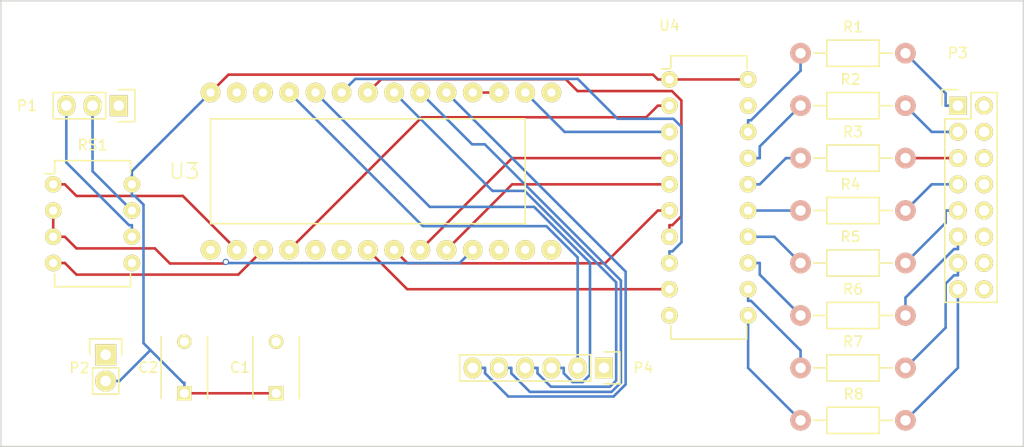
<source format=kicad_pcb>
(kicad_pcb (version 4) (host pcbnew 4.0.2-stable)

  (general
    (links 58)
    (no_connects 16)
    (area 107.874999 73.584999 207.085001 116.915001)
    (thickness 1.6)
    (drawings 4)
    (tracks 161)
    (zones 0)
    (modules 17)
    (nets 46)
  )

  (page A4)
  (title_block
    (title "Light blade - prototype")
    (date 2016-04-07)
    (rev 1)
    (company "Mezr Manufacturing")
  )

  (layers
    (0 F.Cu signal)
    (31 B.Cu signal)
    (32 B.Adhes user)
    (33 F.Adhes user)
    (34 B.Paste user)
    (35 F.Paste user)
    (36 B.SilkS user)
    (37 F.SilkS user)
    (38 B.Mask user)
    (39 F.Mask user)
    (40 Dwgs.User user)
    (41 Cmts.User user)
    (42 Eco1.User user)
    (43 Eco2.User user)
    (44 Edge.Cuts user)
    (45 Margin user)
    (46 B.CrtYd user)
    (47 F.CrtYd user)
    (48 B.Fab user)
    (49 F.Fab user)
  )

  (setup
    (last_trace_width 0.25)
    (trace_clearance 0.2)
    (zone_clearance 0.508)
    (zone_45_only no)
    (trace_min 0.2)
    (segment_width 0.2)
    (edge_width 0.15)
    (via_size 0.6)
    (via_drill 0.4)
    (via_min_size 0.4)
    (via_min_drill 0.3)
    (uvia_size 0.3)
    (uvia_drill 0.1)
    (uvias_allowed no)
    (uvia_min_size 0.2)
    (uvia_min_drill 0.1)
    (pcb_text_width 0.3)
    (pcb_text_size 1.5 1.5)
    (mod_edge_width 0.15)
    (mod_text_size 1 1)
    (mod_text_width 0.15)
    (pad_size 1.524 1.524)
    (pad_drill 0.762)
    (pad_to_mask_clearance 0.2)
    (aux_axis_origin 0 0)
    (visible_elements FFFFFF7F)
    (pcbplotparams
      (layerselection 0x00030_80000001)
      (usegerberextensions false)
      (excludeedgelayer true)
      (linewidth 0.100000)
      (plotframeref false)
      (viasonmask false)
      (mode 1)
      (useauxorigin false)
      (hpglpennumber 1)
      (hpglpenspeed 20)
      (hpglpendiameter 15)
      (hpglpenoverlay 2)
      (psnegative false)
      (psa4output false)
      (plotreference true)
      (plotvalue true)
      (plotinvisibletext false)
      (padsonsilk false)
      (subtractmaskfromsilk false)
      (outputformat 4)
      (mirror false)
      (drillshape 0)
      (scaleselection 1)
      (outputdirectory ""))
  )

  (net 0 "")
  (net 1 VCC)
  (net 2 GND)
  (net 3 /RS-485~B)
  (net 4 /RS-584A)
  (net 5 "Net-(P3-Pad1)")
  (net 6 "Net-(P3-Pad3)")
  (net 7 "Net-(P3-Pad5)")
  (net 8 "Net-(P3-Pad7)")
  (net 9 "Net-(P3-Pad9)")
  (net 10 "Net-(P3-Pad11)")
  (net 11 "Net-(P3-Pad13)")
  (net 12 "Net-(P3-Pad15)")
  (net 13 /AUX1)
  (net 14 /AUX2)
  (net 15 /AUX3)
  (net 16 /AUX4)
  (net 17 /AUX5)
  (net 18 "Net-(R1-Pad2)")
  (net 19 "Net-(R2-Pad2)")
  (net 20 "Net-(R3-Pad2)")
  (net 21 "Net-(R4-Pad2)")
  (net 22 "Net-(R5-Pad2)")
  (net 23 "Net-(R6-Pad2)")
  (net 24 "Net-(R7-Pad2)")
  (net 25 "Net-(R8-Pad2)")
  (net 26 /RS-485RX)
  (net 27 /RS-485DE)
  (net 28 /RS-485TX)
  (net 29 /OCTO1)
  (net 30 "Net-(U3-Pad3)")
  (net 31 "Net-(U3-Pad4)")
  (net 32 /OCTO8)
  (net 33 /OCTO5)
  (net 34 /OCTO3)
  (net 35 /OCTO4)
  (net 36 "Net-(U3-Pad10)")
  (net 37 "Net-(U3-Pad11)")
  (net 38 "Net-(U3-Pad12)")
  (net 39 "Net-(U3-Pad13)")
  (net 40 /OCTO2)
  (net 41 "Net-(U3-Pad15)")
  (net 42 /OCTO6)
  (net 43 /OCTO7)
  (net 44 "Net-(U3-Pad24)")
  (net 45 "Net-(U3-Pad25)")

  (net_class Default "This is the default net class."
    (clearance 0.2)
    (trace_width 0.25)
    (via_dia 0.6)
    (via_drill 0.4)
    (uvia_dia 0.3)
    (uvia_drill 0.1)
    (add_net /AUX1)
    (add_net /AUX2)
    (add_net /AUX3)
    (add_net /AUX4)
    (add_net /AUX5)
    (add_net /OCTO1)
    (add_net /OCTO2)
    (add_net /OCTO3)
    (add_net /OCTO4)
    (add_net /OCTO5)
    (add_net /OCTO6)
    (add_net /OCTO7)
    (add_net /OCTO8)
    (add_net /RS-485DE)
    (add_net /RS-485RX)
    (add_net /RS-485TX)
    (add_net /RS-485~B)
    (add_net /RS-584A)
    (add_net GND)
    (add_net "Net-(P3-Pad1)")
    (add_net "Net-(P3-Pad11)")
    (add_net "Net-(P3-Pad13)")
    (add_net "Net-(P3-Pad15)")
    (add_net "Net-(P3-Pad3)")
    (add_net "Net-(P3-Pad5)")
    (add_net "Net-(P3-Pad7)")
    (add_net "Net-(P3-Pad9)")
    (add_net "Net-(R1-Pad2)")
    (add_net "Net-(R2-Pad2)")
    (add_net "Net-(R3-Pad2)")
    (add_net "Net-(R4-Pad2)")
    (add_net "Net-(R5-Pad2)")
    (add_net "Net-(R6-Pad2)")
    (add_net "Net-(R7-Pad2)")
    (add_net "Net-(R8-Pad2)")
    (add_net "Net-(U3-Pad10)")
    (add_net "Net-(U3-Pad11)")
    (add_net "Net-(U3-Pad12)")
    (add_net "Net-(U3-Pad13)")
    (add_net "Net-(U3-Pad15)")
    (add_net "Net-(U3-Pad24)")
    (add_net "Net-(U3-Pad25)")
    (add_net "Net-(U3-Pad3)")
    (add_net "Net-(U3-Pad4)")
    (add_net VCC)
  )

  (module Capacitors_ThroughHole:C_Disc_D6_P5 (layer F.Cu) (tedit 0) (tstamp 5705A239)
    (at 134.62 111.68 90)
    (descr "Capacitor 6mm Disc, Pitch 5mm")
    (tags Capacitor)
    (path /56FDF616)
    (fp_text reference C1 (at 2.5 -3.5 180) (layer F.SilkS)
      (effects (font (size 1 1) (thickness 0.15)))
    )
    (fp_text value 1uF (at 2.5 3.5 90) (layer F.Fab)
      (effects (font (size 1 1) (thickness 0.15)))
    )
    (fp_line (start -0.95 -2.5) (end 5.95 -2.5) (layer F.CrtYd) (width 0.05))
    (fp_line (start 5.95 -2.5) (end 5.95 2.5) (layer F.CrtYd) (width 0.05))
    (fp_line (start 5.95 2.5) (end -0.95 2.5) (layer F.CrtYd) (width 0.05))
    (fp_line (start -0.95 2.5) (end -0.95 -2.5) (layer F.CrtYd) (width 0.05))
    (fp_line (start -0.5 -2.25) (end 5.5 -2.25) (layer F.SilkS) (width 0.15))
    (fp_line (start 5.5 2.25) (end -0.5 2.25) (layer F.SilkS) (width 0.15))
    (pad 1 thru_hole rect (at 0 0 90) (size 1.4 1.4) (drill 0.9) (layers *.Cu *.Mask F.SilkS)
      (net 1 VCC))
    (pad 2 thru_hole circle (at 5 0 90) (size 1.4 1.4) (drill 0.9) (layers *.Cu *.Mask F.SilkS)
      (net 2 GND))
    (model Capacitors_ThroughHole.3dshapes/C_Disc_D6_P5.wrl
      (at (xyz 0.0984252 0 0))
      (scale (xyz 1 1 1))
      (rotate (xyz 0 0 0))
    )
  )

  (module Capacitors_ThroughHole:C_Disc_D6_P5 (layer F.Cu) (tedit 0) (tstamp 5705A23F)
    (at 125.73 111.68 90)
    (descr "Capacitor 6mm Disc, Pitch 5mm")
    (tags Capacitor)
    (path /56FDF49E)
    (fp_text reference C2 (at 2.5 -3.5 180) (layer F.SilkS)
      (effects (font (size 1 1) (thickness 0.15)))
    )
    (fp_text value 0.1uF (at 2.5 3.5 90) (layer F.Fab)
      (effects (font (size 1 1) (thickness 0.15)))
    )
    (fp_line (start -0.95 -2.5) (end 5.95 -2.5) (layer F.CrtYd) (width 0.05))
    (fp_line (start 5.95 -2.5) (end 5.95 2.5) (layer F.CrtYd) (width 0.05))
    (fp_line (start 5.95 2.5) (end -0.95 2.5) (layer F.CrtYd) (width 0.05))
    (fp_line (start -0.95 2.5) (end -0.95 -2.5) (layer F.CrtYd) (width 0.05))
    (fp_line (start -0.5 -2.25) (end 5.5 -2.25) (layer F.SilkS) (width 0.15))
    (fp_line (start 5.5 2.25) (end -0.5 2.25) (layer F.SilkS) (width 0.15))
    (pad 1 thru_hole rect (at 0 0 90) (size 1.4 1.4) (drill 0.9) (layers *.Cu *.Mask F.SilkS)
      (net 1 VCC))
    (pad 2 thru_hole circle (at 5 0 90) (size 1.4 1.4) (drill 0.9) (layers *.Cu *.Mask F.SilkS)
      (net 2 GND))
    (model Capacitors_ThroughHole.3dshapes/C_Disc_D6_P5.wrl
      (at (xyz 0.0984252 0 0))
      (scale (xyz 1 1 1))
      (rotate (xyz 0 0 0))
    )
  )

  (module Pin_Headers:Pin_Header_Straight_1x03 (layer F.Cu) (tedit 0) (tstamp 5705A246)
    (at 119.38 83.82 270)
    (descr "Through hole pin header")
    (tags "pin header")
    (path /56DF99B6)
    (fp_text reference P1 (at 0 8.89 360) (layer F.SilkS)
      (effects (font (size 1 1) (thickness 0.15)))
    )
    (fp_text value CONN_01X03 (at -2.54 2.54 360) (layer F.Fab)
      (effects (font (size 1 1) (thickness 0.15)))
    )
    (fp_line (start -1.75 -1.75) (end -1.75 6.85) (layer F.CrtYd) (width 0.05))
    (fp_line (start 1.75 -1.75) (end 1.75 6.85) (layer F.CrtYd) (width 0.05))
    (fp_line (start -1.75 -1.75) (end 1.75 -1.75) (layer F.CrtYd) (width 0.05))
    (fp_line (start -1.75 6.85) (end 1.75 6.85) (layer F.CrtYd) (width 0.05))
    (fp_line (start -1.27 1.27) (end -1.27 6.35) (layer F.SilkS) (width 0.15))
    (fp_line (start -1.27 6.35) (end 1.27 6.35) (layer F.SilkS) (width 0.15))
    (fp_line (start 1.27 6.35) (end 1.27 1.27) (layer F.SilkS) (width 0.15))
    (fp_line (start 1.55 -1.55) (end 1.55 0) (layer F.SilkS) (width 0.15))
    (fp_line (start 1.27 1.27) (end -1.27 1.27) (layer F.SilkS) (width 0.15))
    (fp_line (start -1.55 0) (end -1.55 -1.55) (layer F.SilkS) (width 0.15))
    (fp_line (start -1.55 -1.55) (end 1.55 -1.55) (layer F.SilkS) (width 0.15))
    (pad 1 thru_hole rect (at 0 0 270) (size 2.032 1.7272) (drill 1.016) (layers *.Cu *.Mask F.SilkS)
      (net 2 GND))
    (pad 2 thru_hole oval (at 0 2.54 270) (size 2.032 1.7272) (drill 1.016) (layers *.Cu *.Mask F.SilkS)
      (net 3 /RS-485~B))
    (pad 3 thru_hole oval (at 0 5.08 270) (size 2.032 1.7272) (drill 1.016) (layers *.Cu *.Mask F.SilkS)
      (net 4 /RS-584A))
    (model Pin_Headers.3dshapes/Pin_Header_Straight_1x03.wrl
      (at (xyz 0 -0.1 0))
      (scale (xyz 1 1 1))
      (rotate (xyz 0 0 90))
    )
  )

  (module Pin_Headers:Pin_Header_Straight_1x02 (layer F.Cu) (tedit 54EA090C) (tstamp 5705A24C)
    (at 118.11 107.95)
    (descr "Through hole pin header")
    (tags "pin header")
    (path /56DFA04D)
    (fp_text reference P2 (at -2.54 1.27 180) (layer F.SilkS)
      (effects (font (size 1 1) (thickness 0.15)))
    )
    (fp_text value CONN_01X02 (at 0 -3.1) (layer F.Fab)
      (effects (font (size 1 1) (thickness 0.15)))
    )
    (fp_line (start 1.27 1.27) (end 1.27 3.81) (layer F.SilkS) (width 0.15))
    (fp_line (start 1.55 -1.55) (end 1.55 0) (layer F.SilkS) (width 0.15))
    (fp_line (start -1.75 -1.75) (end -1.75 4.3) (layer F.CrtYd) (width 0.05))
    (fp_line (start 1.75 -1.75) (end 1.75 4.3) (layer F.CrtYd) (width 0.05))
    (fp_line (start -1.75 -1.75) (end 1.75 -1.75) (layer F.CrtYd) (width 0.05))
    (fp_line (start -1.75 4.3) (end 1.75 4.3) (layer F.CrtYd) (width 0.05))
    (fp_line (start 1.27 1.27) (end -1.27 1.27) (layer F.SilkS) (width 0.15))
    (fp_line (start -1.55 0) (end -1.55 -1.55) (layer F.SilkS) (width 0.15))
    (fp_line (start -1.55 -1.55) (end 1.55 -1.55) (layer F.SilkS) (width 0.15))
    (fp_line (start -1.27 1.27) (end -1.27 3.81) (layer F.SilkS) (width 0.15))
    (fp_line (start -1.27 3.81) (end 1.27 3.81) (layer F.SilkS) (width 0.15))
    (pad 1 thru_hole rect (at 0 0) (size 2.032 2.032) (drill 1.016) (layers *.Cu *.Mask F.SilkS)
      (net 2 GND))
    (pad 2 thru_hole oval (at 0 2.54) (size 2.032 2.032) (drill 1.016) (layers *.Cu *.Mask F.SilkS)
      (net 1 VCC))
    (model Pin_Headers.3dshapes/Pin_Header_Straight_1x02.wrl
      (at (xyz 0 -0.05 0))
      (scale (xyz 1 1 1))
      (rotate (xyz 0 0 90))
    )
  )

  (module Pin_Headers:Pin_Header_Straight_2x08 (layer F.Cu) (tedit 0) (tstamp 5705A260)
    (at 200.66 83.82)
    (descr "Through hole pin header")
    (tags "pin header")
    (path /56DF8643)
    (fp_text reference P3 (at 0 -5.1) (layer F.SilkS)
      (effects (font (size 1 1) (thickness 0.15)))
    )
    (fp_text value CONN_02X08 (at 0 -3.1) (layer F.Fab)
      (effects (font (size 1 1) (thickness 0.15)))
    )
    (fp_line (start -1.75 -1.75) (end -1.75 19.55) (layer F.CrtYd) (width 0.05))
    (fp_line (start 4.3 -1.75) (end 4.3 19.55) (layer F.CrtYd) (width 0.05))
    (fp_line (start -1.75 -1.75) (end 4.3 -1.75) (layer F.CrtYd) (width 0.05))
    (fp_line (start -1.75 19.55) (end 4.3 19.55) (layer F.CrtYd) (width 0.05))
    (fp_line (start 3.81 19.05) (end 3.81 -1.27) (layer F.SilkS) (width 0.15))
    (fp_line (start -1.27 1.27) (end -1.27 19.05) (layer F.SilkS) (width 0.15))
    (fp_line (start 3.81 19.05) (end -1.27 19.05) (layer F.SilkS) (width 0.15))
    (fp_line (start 3.81 -1.27) (end 1.27 -1.27) (layer F.SilkS) (width 0.15))
    (fp_line (start 0 -1.55) (end -1.55 -1.55) (layer F.SilkS) (width 0.15))
    (fp_line (start 1.27 -1.27) (end 1.27 1.27) (layer F.SilkS) (width 0.15))
    (fp_line (start 1.27 1.27) (end -1.27 1.27) (layer F.SilkS) (width 0.15))
    (fp_line (start -1.55 -1.55) (end -1.55 0) (layer F.SilkS) (width 0.15))
    (pad 1 thru_hole rect (at 0 0) (size 1.7272 1.7272) (drill 1.016) (layers *.Cu *.Mask F.SilkS)
      (net 5 "Net-(P3-Pad1)"))
    (pad 2 thru_hole oval (at 2.54 0) (size 1.7272 1.7272) (drill 1.016) (layers *.Cu *.Mask F.SilkS)
      (net 2 GND))
    (pad 3 thru_hole oval (at 0 2.54) (size 1.7272 1.7272) (drill 1.016) (layers *.Cu *.Mask F.SilkS)
      (net 6 "Net-(P3-Pad3)"))
    (pad 4 thru_hole oval (at 2.54 2.54) (size 1.7272 1.7272) (drill 1.016) (layers *.Cu *.Mask F.SilkS)
      (net 2 GND))
    (pad 5 thru_hole oval (at 0 5.08) (size 1.7272 1.7272) (drill 1.016) (layers *.Cu *.Mask F.SilkS)
      (net 7 "Net-(P3-Pad5)"))
    (pad 6 thru_hole oval (at 2.54 5.08) (size 1.7272 1.7272) (drill 1.016) (layers *.Cu *.Mask F.SilkS)
      (net 2 GND))
    (pad 7 thru_hole oval (at 0 7.62) (size 1.7272 1.7272) (drill 1.016) (layers *.Cu *.Mask F.SilkS)
      (net 8 "Net-(P3-Pad7)"))
    (pad 8 thru_hole oval (at 2.54 7.62) (size 1.7272 1.7272) (drill 1.016) (layers *.Cu *.Mask F.SilkS)
      (net 2 GND))
    (pad 9 thru_hole oval (at 0 10.16) (size 1.7272 1.7272) (drill 1.016) (layers *.Cu *.Mask F.SilkS)
      (net 9 "Net-(P3-Pad9)"))
    (pad 10 thru_hole oval (at 2.54 10.16) (size 1.7272 1.7272) (drill 1.016) (layers *.Cu *.Mask F.SilkS)
      (net 2 GND))
    (pad 11 thru_hole oval (at 0 12.7) (size 1.7272 1.7272) (drill 1.016) (layers *.Cu *.Mask F.SilkS)
      (net 10 "Net-(P3-Pad11)"))
    (pad 12 thru_hole oval (at 2.54 12.7) (size 1.7272 1.7272) (drill 1.016) (layers *.Cu *.Mask F.SilkS)
      (net 2 GND))
    (pad 13 thru_hole oval (at 0 15.24) (size 1.7272 1.7272) (drill 1.016) (layers *.Cu *.Mask F.SilkS)
      (net 11 "Net-(P3-Pad13)"))
    (pad 14 thru_hole oval (at 2.54 15.24) (size 1.7272 1.7272) (drill 1.016) (layers *.Cu *.Mask F.SilkS)
      (net 2 GND))
    (pad 15 thru_hole oval (at 0 17.78) (size 1.7272 1.7272) (drill 1.016) (layers *.Cu *.Mask F.SilkS)
      (net 12 "Net-(P3-Pad15)"))
    (pad 16 thru_hole oval (at 2.54 17.78) (size 1.7272 1.7272) (drill 1.016) (layers *.Cu *.Mask F.SilkS)
      (net 2 GND))
    (model Pin_Headers.3dshapes/Pin_Header_Straight_2x08.wrl
      (at (xyz 0.05 -0.35 0))
      (scale (xyz 1 1 1))
      (rotate (xyz 0 0 90))
    )
  )

  (module Pin_Headers:Pin_Header_Straight_1x06 (layer F.Cu) (tedit 0) (tstamp 5705A26A)
    (at 166.37 109.22 270)
    (descr "Through hole pin header")
    (tags "pin header")
    (path /56DFB898)
    (fp_text reference P4 (at 0 -3.81 360) (layer F.SilkS)
      (effects (font (size 1 1) (thickness 0.15)))
    )
    (fp_text value CONN_01X06 (at 2.54 7.62 360) (layer F.Fab)
      (effects (font (size 1 1) (thickness 0.15)))
    )
    (fp_line (start -1.75 -1.75) (end -1.75 14.45) (layer F.CrtYd) (width 0.05))
    (fp_line (start 1.75 -1.75) (end 1.75 14.45) (layer F.CrtYd) (width 0.05))
    (fp_line (start -1.75 -1.75) (end 1.75 -1.75) (layer F.CrtYd) (width 0.05))
    (fp_line (start -1.75 14.45) (end 1.75 14.45) (layer F.CrtYd) (width 0.05))
    (fp_line (start 1.27 1.27) (end 1.27 13.97) (layer F.SilkS) (width 0.15))
    (fp_line (start 1.27 13.97) (end -1.27 13.97) (layer F.SilkS) (width 0.15))
    (fp_line (start -1.27 13.97) (end -1.27 1.27) (layer F.SilkS) (width 0.15))
    (fp_line (start 1.55 -1.55) (end 1.55 0) (layer F.SilkS) (width 0.15))
    (fp_line (start 1.27 1.27) (end -1.27 1.27) (layer F.SilkS) (width 0.15))
    (fp_line (start -1.55 0) (end -1.55 -1.55) (layer F.SilkS) (width 0.15))
    (fp_line (start -1.55 -1.55) (end 1.55 -1.55) (layer F.SilkS) (width 0.15))
    (pad 1 thru_hole rect (at 0 0 270) (size 2.032 1.7272) (drill 1.016) (layers *.Cu *.Mask F.SilkS)
      (net 2 GND))
    (pad 2 thru_hole oval (at 0 2.54 270) (size 2.032 1.7272) (drill 1.016) (layers *.Cu *.Mask F.SilkS)
      (net 13 /AUX1))
    (pad 3 thru_hole oval (at 0 5.08 270) (size 2.032 1.7272) (drill 1.016) (layers *.Cu *.Mask F.SilkS)
      (net 14 /AUX2))
    (pad 4 thru_hole oval (at 0 7.62 270) (size 2.032 1.7272) (drill 1.016) (layers *.Cu *.Mask F.SilkS)
      (net 15 /AUX3))
    (pad 5 thru_hole oval (at 0 10.16 270) (size 2.032 1.7272) (drill 1.016) (layers *.Cu *.Mask F.SilkS)
      (net 16 /AUX4))
    (pad 6 thru_hole oval (at 0 12.7 270) (size 2.032 1.7272) (drill 1.016) (layers *.Cu *.Mask F.SilkS)
      (net 17 /AUX5))
    (model Pin_Headers.3dshapes/Pin_Header_Straight_1x06.wrl
      (at (xyz 0 -0.25 0))
      (scale (xyz 1 1 1))
      (rotate (xyz 0 0 90))
    )
  )

  (module Resistors_ThroughHole:Resistor_Horizontal_RM10mm (layer F.Cu) (tedit 56648415) (tstamp 5705A270)
    (at 195.58 78.74 180)
    (descr "Resistor, Axial,  RM 10mm, 1/3W")
    (tags "Resistor Axial RM 10mm 1/3W")
    (path /56DF8121)
    (fp_text reference R1 (at 5.08 2.54 180) (layer F.SilkS)
      (effects (font (size 1 1) (thickness 0.15)))
    )
    (fp_text value 100 (at 5.08 0 180) (layer F.Fab)
      (effects (font (size 1 1) (thickness 0.15)))
    )
    (fp_line (start -1.25 -1.5) (end 11.4 -1.5) (layer F.CrtYd) (width 0.05))
    (fp_line (start -1.25 1.5) (end -1.25 -1.5) (layer F.CrtYd) (width 0.05))
    (fp_line (start 11.4 -1.5) (end 11.4 1.5) (layer F.CrtYd) (width 0.05))
    (fp_line (start -1.25 1.5) (end 11.4 1.5) (layer F.CrtYd) (width 0.05))
    (fp_line (start 2.54 -1.27) (end 7.62 -1.27) (layer F.SilkS) (width 0.15))
    (fp_line (start 7.62 -1.27) (end 7.62 1.27) (layer F.SilkS) (width 0.15))
    (fp_line (start 7.62 1.27) (end 2.54 1.27) (layer F.SilkS) (width 0.15))
    (fp_line (start 2.54 1.27) (end 2.54 -1.27) (layer F.SilkS) (width 0.15))
    (fp_line (start 2.54 0) (end 1.27 0) (layer F.SilkS) (width 0.15))
    (fp_line (start 7.62 0) (end 8.89 0) (layer F.SilkS) (width 0.15))
    (pad 1 thru_hole circle (at 0 0 180) (size 1.99898 1.99898) (drill 1.00076) (layers *.Cu *.SilkS *.Mask)
      (net 5 "Net-(P3-Pad1)"))
    (pad 2 thru_hole circle (at 10.16 0 180) (size 1.99898 1.99898) (drill 1.00076) (layers *.Cu *.SilkS *.Mask)
      (net 18 "Net-(R1-Pad2)"))
    (model Resistors_ThroughHole.3dshapes/Resistor_Horizontal_RM10mm.wrl
      (at (xyz 0.2 0 0))
      (scale (xyz 0.4 0.4 0.4))
      (rotate (xyz 0 0 0))
    )
  )

  (module Resistors_ThroughHole:Resistor_Horizontal_RM10mm (layer F.Cu) (tedit 56648415) (tstamp 5705A276)
    (at 195.58 83.82 180)
    (descr "Resistor, Axial,  RM 10mm, 1/3W")
    (tags "Resistor Axial RM 10mm 1/3W")
    (path /56DF8199)
    (fp_text reference R2 (at 5.32892 2.54 180) (layer F.SilkS)
      (effects (font (size 1 1) (thickness 0.15)))
    )
    (fp_text value 100 (at 5.08 0 180) (layer F.Fab)
      (effects (font (size 1 1) (thickness 0.15)))
    )
    (fp_line (start -1.25 -1.5) (end 11.4 -1.5) (layer F.CrtYd) (width 0.05))
    (fp_line (start -1.25 1.5) (end -1.25 -1.5) (layer F.CrtYd) (width 0.05))
    (fp_line (start 11.4 -1.5) (end 11.4 1.5) (layer F.CrtYd) (width 0.05))
    (fp_line (start -1.25 1.5) (end 11.4 1.5) (layer F.CrtYd) (width 0.05))
    (fp_line (start 2.54 -1.27) (end 7.62 -1.27) (layer F.SilkS) (width 0.15))
    (fp_line (start 7.62 -1.27) (end 7.62 1.27) (layer F.SilkS) (width 0.15))
    (fp_line (start 7.62 1.27) (end 2.54 1.27) (layer F.SilkS) (width 0.15))
    (fp_line (start 2.54 1.27) (end 2.54 -1.27) (layer F.SilkS) (width 0.15))
    (fp_line (start 2.54 0) (end 1.27 0) (layer F.SilkS) (width 0.15))
    (fp_line (start 7.62 0) (end 8.89 0) (layer F.SilkS) (width 0.15))
    (pad 1 thru_hole circle (at 0 0 180) (size 1.99898 1.99898) (drill 1.00076) (layers *.Cu *.SilkS *.Mask)
      (net 6 "Net-(P3-Pad3)"))
    (pad 2 thru_hole circle (at 10.16 0 180) (size 1.99898 1.99898) (drill 1.00076) (layers *.Cu *.SilkS *.Mask)
      (net 19 "Net-(R2-Pad2)"))
    (model Resistors_ThroughHole.3dshapes/Resistor_Horizontal_RM10mm.wrl
      (at (xyz 0.2 0 0))
      (scale (xyz 0.4 0.4 0.4))
      (rotate (xyz 0 0 0))
    )
  )

  (module Resistors_ThroughHole:Resistor_Horizontal_RM10mm (layer F.Cu) (tedit 56648415) (tstamp 5705A27C)
    (at 195.58 88.9 180)
    (descr "Resistor, Axial,  RM 10mm, 1/3W")
    (tags "Resistor Axial RM 10mm 1/3W")
    (path /56DF81B8)
    (fp_text reference R3 (at 5.08 2.54 180) (layer F.SilkS)
      (effects (font (size 1 1) (thickness 0.15)))
    )
    (fp_text value 100 (at 5.08 0 180) (layer F.Fab)
      (effects (font (size 1 1) (thickness 0.15)))
    )
    (fp_line (start -1.25 -1.5) (end 11.4 -1.5) (layer F.CrtYd) (width 0.05))
    (fp_line (start -1.25 1.5) (end -1.25 -1.5) (layer F.CrtYd) (width 0.05))
    (fp_line (start 11.4 -1.5) (end 11.4 1.5) (layer F.CrtYd) (width 0.05))
    (fp_line (start -1.25 1.5) (end 11.4 1.5) (layer F.CrtYd) (width 0.05))
    (fp_line (start 2.54 -1.27) (end 7.62 -1.27) (layer F.SilkS) (width 0.15))
    (fp_line (start 7.62 -1.27) (end 7.62 1.27) (layer F.SilkS) (width 0.15))
    (fp_line (start 7.62 1.27) (end 2.54 1.27) (layer F.SilkS) (width 0.15))
    (fp_line (start 2.54 1.27) (end 2.54 -1.27) (layer F.SilkS) (width 0.15))
    (fp_line (start 2.54 0) (end 1.27 0) (layer F.SilkS) (width 0.15))
    (fp_line (start 7.62 0) (end 8.89 0) (layer F.SilkS) (width 0.15))
    (pad 1 thru_hole circle (at 0 0 180) (size 1.99898 1.99898) (drill 1.00076) (layers *.Cu *.SilkS *.Mask)
      (net 7 "Net-(P3-Pad5)"))
    (pad 2 thru_hole circle (at 10.16 0 180) (size 1.99898 1.99898) (drill 1.00076) (layers *.Cu *.SilkS *.Mask)
      (net 20 "Net-(R3-Pad2)"))
    (model Resistors_ThroughHole.3dshapes/Resistor_Horizontal_RM10mm.wrl
      (at (xyz 0.2 0 0))
      (scale (xyz 0.4 0.4 0.4))
      (rotate (xyz 0 0 0))
    )
  )

  (module Resistors_ThroughHole:Resistor_Horizontal_RM10mm (layer F.Cu) (tedit 56648415) (tstamp 5705A282)
    (at 195.58 93.98 180)
    (descr "Resistor, Axial,  RM 10mm, 1/3W")
    (tags "Resistor Axial RM 10mm 1/3W")
    (path /56DF81DA)
    (fp_text reference R4 (at 5.32892 2.54 180) (layer F.SilkS)
      (effects (font (size 1 1) (thickness 0.15)))
    )
    (fp_text value 100 (at 5.08 0 180) (layer F.Fab)
      (effects (font (size 1 1) (thickness 0.15)))
    )
    (fp_line (start -1.25 -1.5) (end 11.4 -1.5) (layer F.CrtYd) (width 0.05))
    (fp_line (start -1.25 1.5) (end -1.25 -1.5) (layer F.CrtYd) (width 0.05))
    (fp_line (start 11.4 -1.5) (end 11.4 1.5) (layer F.CrtYd) (width 0.05))
    (fp_line (start -1.25 1.5) (end 11.4 1.5) (layer F.CrtYd) (width 0.05))
    (fp_line (start 2.54 -1.27) (end 7.62 -1.27) (layer F.SilkS) (width 0.15))
    (fp_line (start 7.62 -1.27) (end 7.62 1.27) (layer F.SilkS) (width 0.15))
    (fp_line (start 7.62 1.27) (end 2.54 1.27) (layer F.SilkS) (width 0.15))
    (fp_line (start 2.54 1.27) (end 2.54 -1.27) (layer F.SilkS) (width 0.15))
    (fp_line (start 2.54 0) (end 1.27 0) (layer F.SilkS) (width 0.15))
    (fp_line (start 7.62 0) (end 8.89 0) (layer F.SilkS) (width 0.15))
    (pad 1 thru_hole circle (at 0 0 180) (size 1.99898 1.99898) (drill 1.00076) (layers *.Cu *.SilkS *.Mask)
      (net 8 "Net-(P3-Pad7)"))
    (pad 2 thru_hole circle (at 10.16 0 180) (size 1.99898 1.99898) (drill 1.00076) (layers *.Cu *.SilkS *.Mask)
      (net 21 "Net-(R4-Pad2)"))
    (model Resistors_ThroughHole.3dshapes/Resistor_Horizontal_RM10mm.wrl
      (at (xyz 0.2 0 0))
      (scale (xyz 0.4 0.4 0.4))
      (rotate (xyz 0 0 0))
    )
  )

  (module Resistors_ThroughHole:Resistor_Horizontal_RM10mm (layer F.Cu) (tedit 56648415) (tstamp 5705A288)
    (at 195.58 99.06 180)
    (descr "Resistor, Axial,  RM 10mm, 1/3W")
    (tags "Resistor Axial RM 10mm 1/3W")
    (path /56DF81FF)
    (fp_text reference R5 (at 5.32892 2.54 180) (layer F.SilkS)
      (effects (font (size 1 1) (thickness 0.15)))
    )
    (fp_text value 100 (at 5.08 0 180) (layer F.Fab)
      (effects (font (size 1 1) (thickness 0.15)))
    )
    (fp_line (start -1.25 -1.5) (end 11.4 -1.5) (layer F.CrtYd) (width 0.05))
    (fp_line (start -1.25 1.5) (end -1.25 -1.5) (layer F.CrtYd) (width 0.05))
    (fp_line (start 11.4 -1.5) (end 11.4 1.5) (layer F.CrtYd) (width 0.05))
    (fp_line (start -1.25 1.5) (end 11.4 1.5) (layer F.CrtYd) (width 0.05))
    (fp_line (start 2.54 -1.27) (end 7.62 -1.27) (layer F.SilkS) (width 0.15))
    (fp_line (start 7.62 -1.27) (end 7.62 1.27) (layer F.SilkS) (width 0.15))
    (fp_line (start 7.62 1.27) (end 2.54 1.27) (layer F.SilkS) (width 0.15))
    (fp_line (start 2.54 1.27) (end 2.54 -1.27) (layer F.SilkS) (width 0.15))
    (fp_line (start 2.54 0) (end 1.27 0) (layer F.SilkS) (width 0.15))
    (fp_line (start 7.62 0) (end 8.89 0) (layer F.SilkS) (width 0.15))
    (pad 1 thru_hole circle (at 0 0 180) (size 1.99898 1.99898) (drill 1.00076) (layers *.Cu *.SilkS *.Mask)
      (net 9 "Net-(P3-Pad9)"))
    (pad 2 thru_hole circle (at 10.16 0 180) (size 1.99898 1.99898) (drill 1.00076) (layers *.Cu *.SilkS *.Mask)
      (net 22 "Net-(R5-Pad2)"))
    (model Resistors_ThroughHole.3dshapes/Resistor_Horizontal_RM10mm.wrl
      (at (xyz 0.2 0 0))
      (scale (xyz 0.4 0.4 0.4))
      (rotate (xyz 0 0 0))
    )
  )

  (module Resistors_ThroughHole:Resistor_Horizontal_RM10mm (layer F.Cu) (tedit 56648415) (tstamp 5705A28E)
    (at 195.58 104.14 180)
    (descr "Resistor, Axial,  RM 10mm, 1/3W")
    (tags "Resistor Axial RM 10mm 1/3W")
    (path /56DF8227)
    (fp_text reference R6 (at 5.08 2.54 180) (layer F.SilkS)
      (effects (font (size 1 1) (thickness 0.15)))
    )
    (fp_text value 100 (at 5.08 0 180) (layer F.Fab)
      (effects (font (size 1 1) (thickness 0.15)))
    )
    (fp_line (start -1.25 -1.5) (end 11.4 -1.5) (layer F.CrtYd) (width 0.05))
    (fp_line (start -1.25 1.5) (end -1.25 -1.5) (layer F.CrtYd) (width 0.05))
    (fp_line (start 11.4 -1.5) (end 11.4 1.5) (layer F.CrtYd) (width 0.05))
    (fp_line (start -1.25 1.5) (end 11.4 1.5) (layer F.CrtYd) (width 0.05))
    (fp_line (start 2.54 -1.27) (end 7.62 -1.27) (layer F.SilkS) (width 0.15))
    (fp_line (start 7.62 -1.27) (end 7.62 1.27) (layer F.SilkS) (width 0.15))
    (fp_line (start 7.62 1.27) (end 2.54 1.27) (layer F.SilkS) (width 0.15))
    (fp_line (start 2.54 1.27) (end 2.54 -1.27) (layer F.SilkS) (width 0.15))
    (fp_line (start 2.54 0) (end 1.27 0) (layer F.SilkS) (width 0.15))
    (fp_line (start 7.62 0) (end 8.89 0) (layer F.SilkS) (width 0.15))
    (pad 1 thru_hole circle (at 0 0 180) (size 1.99898 1.99898) (drill 1.00076) (layers *.Cu *.SilkS *.Mask)
      (net 10 "Net-(P3-Pad11)"))
    (pad 2 thru_hole circle (at 10.16 0 180) (size 1.99898 1.99898) (drill 1.00076) (layers *.Cu *.SilkS *.Mask)
      (net 23 "Net-(R6-Pad2)"))
    (model Resistors_ThroughHole.3dshapes/Resistor_Horizontal_RM10mm.wrl
      (at (xyz 0.2 0 0))
      (scale (xyz 0.4 0.4 0.4))
      (rotate (xyz 0 0 0))
    )
  )

  (module Resistors_ThroughHole:Resistor_Horizontal_RM10mm (layer F.Cu) (tedit 56648415) (tstamp 5705A294)
    (at 195.58 109.22 180)
    (descr "Resistor, Axial,  RM 10mm, 1/3W")
    (tags "Resistor Axial RM 10mm 1/3W")
    (path /56DF8252)
    (fp_text reference R7 (at 5.08 2.54 180) (layer F.SilkS)
      (effects (font (size 1 1) (thickness 0.15)))
    )
    (fp_text value 100 (at 5.08 0 180) (layer F.Fab)
      (effects (font (size 1 1) (thickness 0.15)))
    )
    (fp_line (start -1.25 -1.5) (end 11.4 -1.5) (layer F.CrtYd) (width 0.05))
    (fp_line (start -1.25 1.5) (end -1.25 -1.5) (layer F.CrtYd) (width 0.05))
    (fp_line (start 11.4 -1.5) (end 11.4 1.5) (layer F.CrtYd) (width 0.05))
    (fp_line (start -1.25 1.5) (end 11.4 1.5) (layer F.CrtYd) (width 0.05))
    (fp_line (start 2.54 -1.27) (end 7.62 -1.27) (layer F.SilkS) (width 0.15))
    (fp_line (start 7.62 -1.27) (end 7.62 1.27) (layer F.SilkS) (width 0.15))
    (fp_line (start 7.62 1.27) (end 2.54 1.27) (layer F.SilkS) (width 0.15))
    (fp_line (start 2.54 1.27) (end 2.54 -1.27) (layer F.SilkS) (width 0.15))
    (fp_line (start 2.54 0) (end 1.27 0) (layer F.SilkS) (width 0.15))
    (fp_line (start 7.62 0) (end 8.89 0) (layer F.SilkS) (width 0.15))
    (pad 1 thru_hole circle (at 0 0 180) (size 1.99898 1.99898) (drill 1.00076) (layers *.Cu *.SilkS *.Mask)
      (net 11 "Net-(P3-Pad13)"))
    (pad 2 thru_hole circle (at 10.16 0 180) (size 1.99898 1.99898) (drill 1.00076) (layers *.Cu *.SilkS *.Mask)
      (net 24 "Net-(R7-Pad2)"))
    (model Resistors_ThroughHole.3dshapes/Resistor_Horizontal_RM10mm.wrl
      (at (xyz 0.2 0 0))
      (scale (xyz 0.4 0.4 0.4))
      (rotate (xyz 0 0 0))
    )
  )

  (module Resistors_ThroughHole:Resistor_Horizontal_RM10mm (layer F.Cu) (tedit 56648415) (tstamp 5705A29A)
    (at 195.58 114.3 180)
    (descr "Resistor, Axial,  RM 10mm, 1/3W")
    (tags "Resistor Axial RM 10mm 1/3W")
    (path /56DF8280)
    (fp_text reference R8 (at 5.017758 2.54 180) (layer F.SilkS)
      (effects (font (size 1 1) (thickness 0.15)))
    )
    (fp_text value 100 (at 5.017758 0 180) (layer F.Fab)
      (effects (font (size 1 1) (thickness 0.15)))
    )
    (fp_line (start -1.25 -1.5) (end 11.4 -1.5) (layer F.CrtYd) (width 0.05))
    (fp_line (start -1.25 1.5) (end -1.25 -1.5) (layer F.CrtYd) (width 0.05))
    (fp_line (start 11.4 -1.5) (end 11.4 1.5) (layer F.CrtYd) (width 0.05))
    (fp_line (start -1.25 1.5) (end 11.4 1.5) (layer F.CrtYd) (width 0.05))
    (fp_line (start 2.54 -1.27) (end 7.62 -1.27) (layer F.SilkS) (width 0.15))
    (fp_line (start 7.62 -1.27) (end 7.62 1.27) (layer F.SilkS) (width 0.15))
    (fp_line (start 7.62 1.27) (end 2.54 1.27) (layer F.SilkS) (width 0.15))
    (fp_line (start 2.54 1.27) (end 2.54 -1.27) (layer F.SilkS) (width 0.15))
    (fp_line (start 2.54 0) (end 1.27 0) (layer F.SilkS) (width 0.15))
    (fp_line (start 7.62 0) (end 8.89 0) (layer F.SilkS) (width 0.15))
    (pad 1 thru_hole circle (at 0 0 180) (size 1.99898 1.99898) (drill 1.00076) (layers *.Cu *.SilkS *.Mask)
      (net 12 "Net-(P3-Pad15)"))
    (pad 2 thru_hole circle (at 10.16 0 180) (size 1.99898 1.99898) (drill 1.00076) (layers *.Cu *.SilkS *.Mask)
      (net 25 "Net-(R8-Pad2)"))
    (model Resistors_ThroughHole.3dshapes/Resistor_Horizontal_RM10mm.wrl
      (at (xyz 0.2 0 0))
      (scale (xyz 0.4 0.4 0.4))
      (rotate (xyz 0 0 0))
    )
  )

  (module Housings_DIP:DIP-8_W7.62mm (layer F.Cu) (tedit 54130A77) (tstamp 5705A2A6)
    (at 113.03 91.44)
    (descr "8-lead dip package, row spacing 7.62 mm (300 mils)")
    (tags "dil dip 2.54 300")
    (path /56EA1792)
    (fp_text reference RS1 (at 3.81 -3.81) (layer F.SilkS)
      (effects (font (size 1 1) (thickness 0.15)))
    )
    (fp_text value MAX485 (at 3.81 3.81 90) (layer F.Fab)
      (effects (font (size 1 1) (thickness 0.15)))
    )
    (fp_line (start -1.05 -2.45) (end -1.05 10.1) (layer F.CrtYd) (width 0.05))
    (fp_line (start 8.65 -2.45) (end 8.65 10.1) (layer F.CrtYd) (width 0.05))
    (fp_line (start -1.05 -2.45) (end 8.65 -2.45) (layer F.CrtYd) (width 0.05))
    (fp_line (start -1.05 10.1) (end 8.65 10.1) (layer F.CrtYd) (width 0.05))
    (fp_line (start 0.135 -2.295) (end 0.135 -1.025) (layer F.SilkS) (width 0.15))
    (fp_line (start 7.485 -2.295) (end 7.485 -1.025) (layer F.SilkS) (width 0.15))
    (fp_line (start 7.485 9.915) (end 7.485 8.645) (layer F.SilkS) (width 0.15))
    (fp_line (start 0.135 9.915) (end 0.135 8.645) (layer F.SilkS) (width 0.15))
    (fp_line (start 0.135 -2.295) (end 7.485 -2.295) (layer F.SilkS) (width 0.15))
    (fp_line (start 0.135 9.915) (end 7.485 9.915) (layer F.SilkS) (width 0.15))
    (fp_line (start 0.135 -1.025) (end -0.8 -1.025) (layer F.SilkS) (width 0.15))
    (pad 1 thru_hole oval (at 0 0) (size 1.6 1.6) (drill 0.8) (layers *.Cu *.Mask F.SilkS)
      (net 26 /RS-485RX))
    (pad 2 thru_hole oval (at 0 2.54) (size 1.6 1.6) (drill 0.8) (layers *.Cu *.Mask F.SilkS)
      (net 27 /RS-485DE))
    (pad 3 thru_hole oval (at 0 5.08) (size 1.6 1.6) (drill 0.8) (layers *.Cu *.Mask F.SilkS)
      (net 27 /RS-485DE))
    (pad 4 thru_hole oval (at 0 7.62) (size 1.6 1.6) (drill 0.8) (layers *.Cu *.Mask F.SilkS)
      (net 28 /RS-485TX))
    (pad 5 thru_hole oval (at 7.62 7.62) (size 1.6 1.6) (drill 0.8) (layers *.Cu *.Mask F.SilkS)
      (net 2 GND))
    (pad 6 thru_hole oval (at 7.62 5.08) (size 1.6 1.6) (drill 0.8) (layers *.Cu *.Mask F.SilkS)
      (net 4 /RS-584A))
    (pad 7 thru_hole oval (at 7.62 2.54) (size 1.6 1.6) (drill 0.8) (layers *.Cu *.Mask F.SilkS)
      (net 3 /RS-485~B))
    (pad 8 thru_hole oval (at 7.62 0) (size 1.6 1.6) (drill 0.8) (layers *.Cu *.Mask F.SilkS)
      (net 1 VCC))
    (model Housings_DIP.3dshapes/DIP-8_W7.62mm.wrl
      (at (xyz 0 0 0))
      (scale (xyz 1 1 1))
      (rotate (xyz 0 0 0))
    )
  )

  (module Teensy-3:Teensy-3.1 (layer F.Cu) (tedit 5506D470) (tstamp 5705A2C6)
    (at 130.81 97.79)
    (path /56DF7C7A)
    (fp_text reference U3 (at -5.08 -7.62 180) (layer F.SilkS)
      (effects (font (size 1.5 1.5) (thickness 0.15)))
    )
    (fp_text value Teensy_3.1 (at 5.08 -10.16) (layer F.Fab)
      (effects (font (size 1.5 1.5) (thickness 0.15)))
    )
    (fp_line (start -2.54 -12.7) (end 27.94 -12.7) (layer F.SilkS) (width 0.15))
    (fp_line (start 27.94 -12.7) (end 27.94 -2.54) (layer F.SilkS) (width 0.15))
    (fp_line (start 27.94 -2.54) (end -2.54 -2.54) (layer F.SilkS) (width 0.15))
    (fp_line (start -2.54 -2.54) (end -2.54 -12.7) (layer F.SilkS) (width 0.15))
    (pad 0 thru_hole circle (at 0 0) (size 1.9 1.9) (drill 0.8) (layers *.Cu *.Mask F.SilkS)
      (net 26 /RS-485RX))
    (pad 1 thru_hole circle (at 2.54 0) (size 1.9 1.9) (drill 0.8) (layers *.Cu *.Mask F.SilkS)
      (net 28 /RS-485TX))
    (pad 2 thru_hole circle (at 5.08 0) (size 1.9 1.9) (drill 0.8) (layers *.Cu *.Mask F.SilkS)
      (net 29 /OCTO1))
    (pad 3 thru_hole circle (at 7.62 0) (size 1.9 1.9) (drill 0.8) (layers *.Cu *.Mask F.SilkS)
      (net 30 "Net-(U3-Pad3)"))
    (pad 4 thru_hole circle (at 10.16 0) (size 1.9 1.9) (drill 0.8) (layers *.Cu *.Mask F.SilkS)
      (net 31 "Net-(U3-Pad4)"))
    (pad 5 thru_hole circle (at 12.7 0) (size 1.9 1.9) (drill 0.8) (layers *.Cu *.Mask F.SilkS)
      (net 32 /OCTO8))
    (pad 6 thru_hole circle (at 15.24 0) (size 1.9 1.9) (drill 0.8) (layers *.Cu *.Mask F.SilkS)
      (net 33 /OCTO5))
    (pad 7 thru_hole circle (at 17.78 0) (size 1.9 1.9) (drill 0.8) (layers *.Cu *.Mask F.SilkS)
      (net 34 /OCTO3))
    (pad 8 thru_hole circle (at 20.32 0) (size 1.9 1.9) (drill 0.8) (layers *.Cu *.Mask F.SilkS)
      (net 35 /OCTO4))
    (pad 9 thru_hole circle (at 22.86 0) (size 1.9 1.9) (drill 0.8) (layers *.Cu *.Mask F.SilkS)
      (net 27 /RS-485DE))
    (pad 10 thru_hole circle (at 25.4 0) (size 1.9 1.9) (drill 0.8) (layers *.Cu *.Mask F.SilkS)
      (net 36 "Net-(U3-Pad10)"))
    (pad 11 thru_hole circle (at 27.94 0) (size 1.9 1.9) (drill 0.8) (layers *.Cu *.Mask F.SilkS)
      (net 37 "Net-(U3-Pad11)"))
    (pad 12 thru_hole circle (at 30.48 0) (size 1.9 1.9) (drill 0.8) (layers *.Cu *.Mask F.SilkS)
      (net 38 "Net-(U3-Pad12)"))
    (pad 13 thru_hole circle (at 30.48 -15.24) (size 1.9 1.9) (drill 0.8) (layers *.Cu *.Mask F.SilkS)
      (net 39 "Net-(U3-Pad13)"))
    (pad 14 thru_hole circle (at 27.94 -15.24) (size 1.9 1.9) (drill 0.8) (layers *.Cu *.Mask F.SilkS)
      (net 40 /OCTO2))
    (pad 15 thru_hole circle (at 25.4 -15.24) (size 1.9 1.9) (drill 0.8) (layers *.Cu *.Mask F.SilkS)
      (net 41 "Net-(U3-Pad15)"))
    (pad 16 thru_hole circle (at 22.86 -15.24) (size 1.9 1.9) (drill 0.8) (layers *.Cu *.Mask F.SilkS)
      (net 41 "Net-(U3-Pad15)"))
    (pad 17 thru_hole circle (at 20.32 -15.24) (size 1.9 1.9) (drill 0.8) (layers *.Cu *.Mask F.SilkS)
      (net 17 /AUX5))
    (pad 18 thru_hole circle (at 17.78 -15.24) (size 1.9 1.9) (drill 0.8) (layers *.Cu *.Mask F.SilkS)
      (net 16 /AUX4))
    (pad 19 thru_hole circle (at 15.24 -15.24) (size 1.9 1.9) (drill 0.8) (layers *.Cu *.Mask F.SilkS)
      (net 15 /AUX3))
    (pad 20 thru_hole circle (at 12.7 -15.24) (size 1.9 1.9) (drill 0.8) (layers *.Cu *.Mask F.SilkS)
      (net 42 /OCTO6))
    (pad 21 thru_hole circle (at 10.16 -15.24) (size 1.9 1.9) (drill 0.8) (layers *.Cu *.Mask F.SilkS)
      (net 43 /OCTO7))
    (pad 22 thru_hole circle (at 7.62 -15.24) (size 1.9 1.9) (drill 0.8) (layers *.Cu *.Mask F.SilkS)
      (net 14 /AUX2))
    (pad 23 thru_hole circle (at 5.08 -15.24) (size 1.9 1.9) (drill 0.8) (layers *.Cu *.Mask F.SilkS)
      (net 13 /AUX1))
    (pad 24 thru_hole circle (at 2.54 -15.24) (size 1.9 1.9) (drill 0.8) (layers *.Cu *.Mask F.SilkS)
      (net 44 "Net-(U3-Pad24)"))
    (pad 25 thru_hole circle (at 0 -15.24) (size 1.9 1.9) (drill 0.8) (layers *.Cu *.Mask F.SilkS)
      (net 45 "Net-(U3-Pad25)"))
    (pad 26 thru_hole circle (at -2.54 -15.24) (size 1.9 1.9) (drill 0.8) (layers *.Cu *.Mask F.SilkS)
      (net 1 VCC))
    (pad 27 thru_hole circle (at -2.54 0) (size 1.9 1.9) (drill 0.8) (layers *.Cu *.Mask F.SilkS)
      (net 2 GND))
  )

  (module Housings_DIP:DIP-20_W7.62mm (layer F.Cu) (tedit 54130A77) (tstamp 5705A2DE)
    (at 172.72 81.28)
    (descr "20-lead dip package, row spacing 7.62 mm (300 mils)")
    (tags "dil dip 2.54 300")
    (path /56DF7F4D)
    (fp_text reference U4 (at 0 -5.22) (layer F.SilkS)
      (effects (font (size 1 1) (thickness 0.15)))
    )
    (fp_text value 74HCT245 (at 0 -3.72) (layer F.Fab)
      (effects (font (size 1 1) (thickness 0.15)))
    )
    (fp_line (start -1.05 -2.45) (end -1.05 25.35) (layer F.CrtYd) (width 0.05))
    (fp_line (start 8.65 -2.45) (end 8.65 25.35) (layer F.CrtYd) (width 0.05))
    (fp_line (start -1.05 -2.45) (end 8.65 -2.45) (layer F.CrtYd) (width 0.05))
    (fp_line (start -1.05 25.35) (end 8.65 25.35) (layer F.CrtYd) (width 0.05))
    (fp_line (start 0.135 -2.295) (end 0.135 -1.025) (layer F.SilkS) (width 0.15))
    (fp_line (start 7.485 -2.295) (end 7.485 -1.025) (layer F.SilkS) (width 0.15))
    (fp_line (start 7.485 25.155) (end 7.485 23.885) (layer F.SilkS) (width 0.15))
    (fp_line (start 0.135 25.155) (end 0.135 23.885) (layer F.SilkS) (width 0.15))
    (fp_line (start 0.135 -2.295) (end 7.485 -2.295) (layer F.SilkS) (width 0.15))
    (fp_line (start 0.135 25.155) (end 7.485 25.155) (layer F.SilkS) (width 0.15))
    (fp_line (start 0.135 -1.025) (end -0.8 -1.025) (layer F.SilkS) (width 0.15))
    (pad 1 thru_hole oval (at 0 0) (size 1.6 1.6) (drill 0.8) (layers *.Cu *.Mask F.SilkS)
      (net 1 VCC))
    (pad 2 thru_hole oval (at 0 2.54) (size 1.6 1.6) (drill 0.8) (layers *.Cu *.Mask F.SilkS)
      (net 29 /OCTO1))
    (pad 3 thru_hole oval (at 0 5.08) (size 1.6 1.6) (drill 0.8) (layers *.Cu *.Mask F.SilkS)
      (net 40 /OCTO2))
    (pad 4 thru_hole oval (at 0 7.62) (size 1.6 1.6) (drill 0.8) (layers *.Cu *.Mask F.SilkS)
      (net 34 /OCTO3))
    (pad 5 thru_hole oval (at 0 10.16) (size 1.6 1.6) (drill 0.8) (layers *.Cu *.Mask F.SilkS)
      (net 35 /OCTO4))
    (pad 6 thru_hole oval (at 0 12.7) (size 1.6 1.6) (drill 0.8) (layers *.Cu *.Mask F.SilkS)
      (net 33 /OCTO5))
    (pad 7 thru_hole oval (at 0 15.24) (size 1.6 1.6) (drill 0.8) (layers *.Cu *.Mask F.SilkS)
      (net 42 /OCTO6))
    (pad 8 thru_hole oval (at 0 17.78) (size 1.6 1.6) (drill 0.8) (layers *.Cu *.Mask F.SilkS)
      (net 43 /OCTO7))
    (pad 9 thru_hole oval (at 0 20.32) (size 1.6 1.6) (drill 0.8) (layers *.Cu *.Mask F.SilkS)
      (net 32 /OCTO8))
    (pad 10 thru_hole oval (at 0 22.86) (size 1.6 1.6) (drill 0.8) (layers *.Cu *.Mask F.SilkS)
      (net 2 GND))
    (pad 11 thru_hole oval (at 7.62 22.86) (size 1.6 1.6) (drill 0.8) (layers *.Cu *.Mask F.SilkS)
      (net 25 "Net-(R8-Pad2)"))
    (pad 12 thru_hole oval (at 7.62 20.32) (size 1.6 1.6) (drill 0.8) (layers *.Cu *.Mask F.SilkS)
      (net 24 "Net-(R7-Pad2)"))
    (pad 13 thru_hole oval (at 7.62 17.78) (size 1.6 1.6) (drill 0.8) (layers *.Cu *.Mask F.SilkS)
      (net 23 "Net-(R6-Pad2)"))
    (pad 14 thru_hole oval (at 7.62 15.24) (size 1.6 1.6) (drill 0.8) (layers *.Cu *.Mask F.SilkS)
      (net 22 "Net-(R5-Pad2)"))
    (pad 15 thru_hole oval (at 7.62 12.7) (size 1.6 1.6) (drill 0.8) (layers *.Cu *.Mask F.SilkS)
      (net 21 "Net-(R4-Pad2)"))
    (pad 16 thru_hole oval (at 7.62 10.16) (size 1.6 1.6) (drill 0.8) (layers *.Cu *.Mask F.SilkS)
      (net 20 "Net-(R3-Pad2)"))
    (pad 17 thru_hole oval (at 7.62 7.62) (size 1.6 1.6) (drill 0.8) (layers *.Cu *.Mask F.SilkS)
      (net 19 "Net-(R2-Pad2)"))
    (pad 18 thru_hole oval (at 7.62 5.08) (size 1.6 1.6) (drill 0.8) (layers *.Cu *.Mask F.SilkS)
      (net 18 "Net-(R1-Pad2)"))
    (pad 19 thru_hole oval (at 7.62 2.54) (size 1.6 1.6) (drill 0.8) (layers *.Cu *.Mask F.SilkS)
      (net 2 GND))
    (pad 20 thru_hole oval (at 7.62 0) (size 1.6 1.6) (drill 0.8) (layers *.Cu *.Mask F.SilkS)
      (net 1 VCC))
    (model Housings_DIP.3dshapes/DIP-20_W7.62mm.wrl
      (at (xyz 0 0 0))
      (scale (xyz 1 1 1))
      (rotate (xyz 0 0 0))
    )
  )

  (gr_line (start 207.01 116.84) (end 207.01 73.66) (layer Edge.Cuts) (width 0.15))
  (gr_line (start 107.95 116.84) (end 207.01 116.84) (layer Edge.Cuts) (width 0.15))
  (gr_line (start 107.95 73.66) (end 107.95 116.84) (layer Edge.Cuts) (width 0.15))
  (gr_line (start 207.01 73.66) (end 107.95 73.66) (layer Edge.Cuts) (width 0.15))

  (segment (start 120.65 90.17) (end 120.65 91.44) (width 0.25) (layer B.Cu) (net 1))
  (segment (start 128.27 82.55) (end 120.65 90.17) (width 0.25) (layer B.Cu) (net 1))
  (segment (start 125.73 111.68) (end 134.62 111.68) (width 0.25) (layer F.Cu) (net 1))
  (segment (start 120.65 91.44) (end 120.65 92.5653) (width 0.25) (layer B.Cu) (net 1))
  (segment (start 125.73 111.68) (end 125.73 110.6547) (width 0.25) (layer B.Cu) (net 1))
  (segment (start 118.11 110.49) (end 119.4513 110.49) (width 0.25) (layer B.Cu) (net 1))
  (segment (start 119.4513 110.49) (end 122.446 107.4953) (width 0.25) (layer B.Cu) (net 1))
  (segment (start 121.7753 106.8247) (end 122.446 107.4953) (width 0.25) (layer B.Cu) (net 1))
  (segment (start 121.7753 93.4092) (end 121.7753 106.8247) (width 0.25) (layer B.Cu) (net 1))
  (segment (start 120.9314 92.5653) (end 121.7753 93.4092) (width 0.25) (layer B.Cu) (net 1))
  (segment (start 120.65 92.5653) (end 120.9314 92.5653) (width 0.25) (layer B.Cu) (net 1))
  (segment (start 125.6053 110.6547) (end 125.73 110.6547) (width 0.25) (layer B.Cu) (net 1))
  (segment (start 122.446 107.4953) (end 125.6053 110.6547) (width 0.25) (layer B.Cu) (net 1))
  (segment (start 180.34 81.28) (end 172.72 81.28) (width 0.25) (layer F.Cu) (net 1))
  (segment (start 130.0061 80.8139) (end 128.27 82.55) (width 0.25) (layer F.Cu) (net 1))
  (segment (start 171.1286 80.8139) (end 130.0061 80.8139) (width 0.25) (layer F.Cu) (net 1))
  (segment (start 171.5947 81.28) (end 171.1286 80.8139) (width 0.25) (layer F.Cu) (net 1))
  (segment (start 172.72 81.28) (end 171.5947 81.28) (width 0.25) (layer F.Cu) (net 1))
  (segment (start 116.84 90.17) (end 116.84 83.82) (width 0.25) (layer B.Cu) (net 3))
  (segment (start 120.65 93.98) (end 116.84 90.17) (width 0.25) (layer B.Cu) (net 3))
  (segment (start 114.3 89.326) (end 114.3 83.82) (width 0.25) (layer B.Cu) (net 4))
  (segment (start 120.3687 95.3947) (end 114.3 89.326) (width 0.25) (layer B.Cu) (net 4))
  (segment (start 120.65 95.3947) (end 120.3687 95.3947) (width 0.25) (layer B.Cu) (net 4))
  (segment (start 120.65 96.52) (end 120.65 95.3947) (width 0.25) (layer B.Cu) (net 4))
  (segment (start 199.4711 82.6311) (end 199.4711 83.82) (width 0.25) (layer B.Cu) (net 5))
  (segment (start 195.58 78.74) (end 199.4711 82.6311) (width 0.25) (layer B.Cu) (net 5))
  (segment (start 200.66 83.82) (end 199.4711 83.82) (width 0.25) (layer B.Cu) (net 5))
  (segment (start 198.12 86.36) (end 200.66 86.36) (width 0.25) (layer B.Cu) (net 6))
  (segment (start 195.58 83.82) (end 198.12 86.36) (width 0.25) (layer B.Cu) (net 6))
  (segment (start 195.58 88.9) (end 200.66 88.9) (width 0.25) (layer F.Cu) (net 7))
  (segment (start 198.12 91.44) (end 200.66 91.44) (width 0.25) (layer B.Cu) (net 8))
  (segment (start 195.58 93.98) (end 198.12 91.44) (width 0.25) (layer B.Cu) (net 8))
  (segment (start 199.4711 95.1689) (end 199.4711 93.98) (width 0.25) (layer B.Cu) (net 9))
  (segment (start 195.58 99.06) (end 199.4711 95.1689) (width 0.25) (layer B.Cu) (net 9))
  (segment (start 200.66 93.98) (end 199.4711 93.98) (width 0.25) (layer B.Cu) (net 9))
  (segment (start 200.2885 97.7089) (end 200.66 97.7089) (width 0.25) (layer B.Cu) (net 10))
  (segment (start 195.58 102.4174) (end 200.2885 97.7089) (width 0.25) (layer B.Cu) (net 10))
  (segment (start 195.58 104.14) (end 195.58 102.4174) (width 0.25) (layer B.Cu) (net 10))
  (segment (start 200.66 96.52) (end 200.66 97.7089) (width 0.25) (layer B.Cu) (net 10))
  (segment (start 200.2884 100.2489) (end 200.66 100.2489) (width 0.25) (layer B.Cu) (net 11))
  (segment (start 199.4711 101.0662) (end 200.2884 100.2489) (width 0.25) (layer B.Cu) (net 11))
  (segment (start 199.4711 105.3289) (end 199.4711 101.0662) (width 0.25) (layer B.Cu) (net 11))
  (segment (start 195.58 109.22) (end 199.4711 105.3289) (width 0.25) (layer B.Cu) (net 11))
  (segment (start 200.66 99.06) (end 200.66 100.2489) (width 0.25) (layer B.Cu) (net 11))
  (segment (start 200.66 109.22) (end 200.66 101.6) (width 0.25) (layer B.Cu) (net 12))
  (segment (start 195.58 114.3) (end 200.66 109.22) (width 0.25) (layer B.Cu) (net 12))
  (segment (start 148.8312 95.4912) (end 135.89 82.55) (width 0.25) (layer B.Cu) (net 13))
  (segment (start 160.7984 95.4912) (end 148.8312 95.4912) (width 0.25) (layer B.Cu) (net 13))
  (segment (start 163.83 98.5228) (end 160.7984 95.4912) (width 0.25) (layer B.Cu) (net 13))
  (segment (start 163.83 109.22) (end 163.83 98.5228) (width 0.25) (layer B.Cu) (net 13))
  (segment (start 162.4789 109.7401) (end 162.4789 109.22) (width 0.25) (layer B.Cu) (net 14))
  (segment (start 163.3305 110.5917) (end 162.4789 109.7401) (width 0.25) (layer B.Cu) (net 14))
  (segment (start 164.3101 110.5917) (end 163.3305 110.5917) (width 0.25) (layer B.Cu) (net 14))
  (segment (start 165.0234 109.8784) (end 164.3101 110.5917) (width 0.25) (layer B.Cu) (net 14))
  (segment (start 165.0234 99.0386) (end 165.0234 109.8784) (width 0.25) (layer B.Cu) (net 14))
  (segment (start 159.6086 93.6238) (end 165.0234 99.0386) (width 0.25) (layer B.Cu) (net 14))
  (segment (start 149.5038 93.6238) (end 159.6086 93.6238) (width 0.25) (layer B.Cu) (net 14))
  (segment (start 138.43 82.55) (end 149.5038 93.6238) (width 0.25) (layer B.Cu) (net 14))
  (segment (start 161.29 109.22) (end 162.4789 109.22) (width 0.25) (layer B.Cu) (net 14))
  (segment (start 159.9389 109.7401) (end 159.9389 109.22) (width 0.25) (layer B.Cu) (net 15))
  (segment (start 161.2409 111.0421) (end 159.9389 109.7401) (width 0.25) (layer B.Cu) (net 15))
  (segment (start 166.9575 111.0421) (end 161.2409 111.0421) (width 0.25) (layer B.Cu) (net 15))
  (segment (start 167.559 110.4406) (end 166.9575 111.0421) (width 0.25) (layer B.Cu) (net 15))
  (segment (start 167.559 100.9373) (end 167.559 110.4406) (width 0.25) (layer B.Cu) (net 15))
  (segment (start 158.6967 92.075) (end 167.559 100.9373) (width 0.25) (layer B.Cu) (net 15))
  (segment (start 155.575 92.075) (end 158.6967 92.075) (width 0.25) (layer B.Cu) (net 15))
  (segment (start 146.05 82.55) (end 155.575 92.075) (width 0.25) (layer B.Cu) (net 15))
  (segment (start 158.75 109.22) (end 159.9389 109.22) (width 0.25) (layer B.Cu) (net 15))
  (segment (start 157.3989 109.7401) (end 157.3989 109.22) (width 0.25) (layer B.Cu) (net 16))
  (segment (start 159.2002 111.5414) (end 157.3989 109.7401) (width 0.25) (layer B.Cu) (net 16))
  (segment (start 167.1159 111.5414) (end 159.2002 111.5414) (width 0.25) (layer B.Cu) (net 16))
  (segment (start 168.0153 110.642) (end 167.1159 111.5414) (width 0.25) (layer B.Cu) (net 16))
  (segment (start 168.0153 100.7473) (end 168.0153 110.642) (width 0.25) (layer B.Cu) (net 16))
  (segment (start 154.8337 87.5657) (end 168.0153 100.7473) (width 0.25) (layer B.Cu) (net 16))
  (segment (start 153.6057 87.5657) (end 154.8337 87.5657) (width 0.25) (layer B.Cu) (net 16))
  (segment (start 148.59 82.55) (end 153.6057 87.5657) (width 0.25) (layer B.Cu) (net 16))
  (segment (start 156.21 109.22) (end 157.3989 109.22) (width 0.25) (layer B.Cu) (net 16))
  (segment (start 154.8589 109.7401) (end 154.8589 109.22) (width 0.25) (layer B.Cu) (net 17))
  (segment (start 157.1106 111.9918) (end 154.8589 109.7401) (width 0.25) (layer B.Cu) (net 17))
  (segment (start 167.3024 111.9918) (end 157.1106 111.9918) (width 0.25) (layer B.Cu) (net 17))
  (segment (start 168.4781 110.8161) (end 167.3024 111.9918) (width 0.25) (layer B.Cu) (net 17))
  (segment (start 168.4781 99.8981) (end 168.4781 110.8161) (width 0.25) (layer B.Cu) (net 17))
  (segment (start 151.13 82.55) (end 168.4781 99.8981) (width 0.25) (layer B.Cu) (net 17))
  (segment (start 153.67 109.22) (end 154.8589 109.22) (width 0.25) (layer B.Cu) (net 17))
  (segment (start 185.42 80.436) (end 185.42 78.74) (width 0.25) (layer B.Cu) (net 18))
  (segment (start 180.6213 85.2347) (end 185.42 80.436) (width 0.25) (layer B.Cu) (net 18))
  (segment (start 180.34 85.2347) (end 180.6213 85.2347) (width 0.25) (layer B.Cu) (net 18))
  (segment (start 180.34 86.36) (end 180.34 85.2347) (width 0.25) (layer B.Cu) (net 18))
  (segment (start 181.4653 87.7747) (end 185.42 83.82) (width 0.25) (layer B.Cu) (net 19))
  (segment (start 181.4653 88.9) (end 181.4653 87.7747) (width 0.25) (layer B.Cu) (net 19))
  (segment (start 180.34 88.9) (end 181.4653 88.9) (width 0.25) (layer B.Cu) (net 19))
  (segment (start 184.0053 88.9) (end 185.42 88.9) (width 0.25) (layer B.Cu) (net 20))
  (segment (start 181.4653 91.44) (end 184.0053 88.9) (width 0.25) (layer B.Cu) (net 20))
  (segment (start 180.34 91.44) (end 181.4653 91.44) (width 0.25) (layer B.Cu) (net 20))
  (segment (start 180.34 93.98) (end 185.42 93.98) (width 0.25) (layer B.Cu) (net 21))
  (segment (start 182.88 96.52) (end 185.42 99.06) (width 0.25) (layer B.Cu) (net 22))
  (segment (start 180.34 96.52) (end 182.88 96.52) (width 0.25) (layer B.Cu) (net 22))
  (segment (start 181.4653 100.1853) (end 185.42 104.14) (width 0.25) (layer B.Cu) (net 23))
  (segment (start 181.4653 99.06) (end 181.4653 100.1853) (width 0.25) (layer B.Cu) (net 23))
  (segment (start 180.34 99.06) (end 181.4653 99.06) (width 0.25) (layer B.Cu) (net 23))
  (segment (start 185.42 107.524) (end 185.42 109.22) (width 0.25) (layer B.Cu) (net 24))
  (segment (start 180.6213 102.7253) (end 185.42 107.524) (width 0.25) (layer B.Cu) (net 24))
  (segment (start 180.34 102.7253) (end 180.6213 102.7253) (width 0.25) (layer B.Cu) (net 24))
  (segment (start 180.34 101.6) (end 180.34 102.7253) (width 0.25) (layer B.Cu) (net 24))
  (segment (start 180.34 109.22) (end 185.42 114.3) (width 0.25) (layer B.Cu) (net 25))
  (segment (start 180.34 104.14) (end 180.34 109.22) (width 0.25) (layer B.Cu) (net 25))
  (segment (start 115.2806 92.5653) (end 114.1553 91.44) (width 0.25) (layer F.Cu) (net 26))
  (segment (start 125.5853 92.5653) (end 115.2806 92.5653) (width 0.25) (layer F.Cu) (net 26))
  (segment (start 130.81 97.79) (end 125.5853 92.5653) (width 0.25) (layer F.Cu) (net 26))
  (segment (start 113.03 91.44) (end 114.1553 91.44) (width 0.25) (layer F.Cu) (net 26))
  (via (at 129.7487 98.9553) (size 0.6) (layers F.Cu B.Cu) (net 27))
  (segment (start 113.03 96.52) (end 113.03 93.98) (width 0.25) (layer F.Cu) (net 27))
  (segment (start 129.8588 99.0654) (end 129.7487 98.9553) (width 0.25) (layer B.Cu) (net 27))
  (segment (start 152.3946 99.0654) (end 129.8588 99.0654) (width 0.25) (layer B.Cu) (net 27))
  (segment (start 153.67 97.79) (end 152.3946 99.0654) (width 0.25) (layer B.Cu) (net 27))
  (segment (start 115.2806 97.6453) (end 114.1553 96.52) (width 0.25) (layer F.Cu) (net 27))
  (segment (start 122.8744 97.6453) (end 115.2806 97.6453) (width 0.25) (layer F.Cu) (net 27))
  (segment (start 124.3354 99.1063) (end 122.8744 97.6453) (width 0.25) (layer F.Cu) (net 27))
  (segment (start 129.5977 99.1063) (end 124.3354 99.1063) (width 0.25) (layer F.Cu) (net 27))
  (segment (start 129.7487 98.9553) (end 129.5977 99.1063) (width 0.25) (layer F.Cu) (net 27))
  (segment (start 113.03 96.52) (end 114.1553 96.52) (width 0.25) (layer F.Cu) (net 27))
  (segment (start 115.2806 100.1853) (end 114.1553 99.06) (width 0.25) (layer F.Cu) (net 28))
  (segment (start 130.9547 100.1853) (end 115.2806 100.1853) (width 0.25) (layer F.Cu) (net 28))
  (segment (start 133.35 97.79) (end 130.9547 100.1853) (width 0.25) (layer F.Cu) (net 28))
  (segment (start 113.03 99.06) (end 114.1553 99.06) (width 0.25) (layer F.Cu) (net 28))
  (segment (start 148.7347 84.9453) (end 135.89 97.79) (width 0.25) (layer F.Cu) (net 29))
  (segment (start 170.4694 84.9453) (end 148.7347 84.9453) (width 0.25) (layer F.Cu) (net 29))
  (segment (start 171.5947 83.82) (end 170.4694 84.9453) (width 0.25) (layer F.Cu) (net 29))
  (segment (start 172.72 83.82) (end 171.5947 83.82) (width 0.25) (layer F.Cu) (net 29))
  (segment (start 147.32 101.6) (end 143.51 97.79) (width 0.25) (layer F.Cu) (net 32))
  (segment (start 172.72 101.6) (end 147.32 101.6) (width 0.25) (layer F.Cu) (net 32))
  (segment (start 147.3486 99.0886) (end 146.05 97.79) (width 0.25) (layer F.Cu) (net 33))
  (segment (start 166.4861 99.0886) (end 147.3486 99.0886) (width 0.25) (layer F.Cu) (net 33))
  (segment (start 171.5947 93.98) (end 166.4861 99.0886) (width 0.25) (layer F.Cu) (net 33))
  (segment (start 172.72 93.98) (end 171.5947 93.98) (width 0.25) (layer F.Cu) (net 33))
  (segment (start 157.48 88.9) (end 148.59 97.79) (width 0.25) (layer F.Cu) (net 34))
  (segment (start 172.72 88.9) (end 157.48 88.9) (width 0.25) (layer F.Cu) (net 34))
  (segment (start 157.48 91.44) (end 151.13 97.79) (width 0.25) (layer F.Cu) (net 35))
  (segment (start 171.5947 91.44) (end 157.48 91.44) (width 0.25) (layer F.Cu) (net 35))
  (segment (start 172.72 91.44) (end 171.5947 91.44) (width 0.25) (layer F.Cu) (net 35))
  (segment (start 162.56 86.36) (end 158.75 82.55) (width 0.25) (layer B.Cu) (net 40))
  (segment (start 172.72 86.36) (end 162.56 86.36) (width 0.25) (layer B.Cu) (net 40))
  (segment (start 153.67 82.55) (end 156.21 82.55) (width 0.25) (layer F.Cu) (net 41))
  (segment (start 144.7941 81.2659) (end 143.51 82.55) (width 0.25) (layer F.Cu) (net 42))
  (segment (start 162.6769 81.2659) (end 144.7941 81.2659) (width 0.25) (layer F.Cu) (net 42))
  (segment (start 163.8164 82.4054) (end 162.6769 81.2659) (width 0.25) (layer F.Cu) (net 42))
  (segment (start 172.9592 82.4054) (end 163.8164 82.4054) (width 0.25) (layer F.Cu) (net 42))
  (segment (start 173.8768 83.323) (end 172.9592 82.4054) (width 0.25) (layer F.Cu) (net 42))
  (segment (start 173.8768 94.5192) (end 173.8768 83.323) (width 0.25) (layer F.Cu) (net 42))
  (segment (start 173.0013 95.3947) (end 173.8768 94.5192) (width 0.25) (layer F.Cu) (net 42))
  (segment (start 172.72 95.3947) (end 173.0013 95.3947) (width 0.25) (layer F.Cu) (net 42))
  (segment (start 172.72 96.52) (end 172.72 95.3947) (width 0.25) (layer F.Cu) (net 42))
  (segment (start 142.2897 81.2303) (end 140.97 82.55) (width 0.25) (layer B.Cu) (net 43))
  (segment (start 163.8349 81.2303) (end 142.2897 81.2303) (width 0.25) (layer B.Cu) (net 43))
  (segment (start 167.6946 85.09) (end 163.8349 81.2303) (width 0.25) (layer B.Cu) (net 43))
  (segment (start 173.0978 85.09) (end 167.6946 85.09) (width 0.25) (layer B.Cu) (net 43))
  (segment (start 173.8861 85.8783) (end 173.0978 85.09) (width 0.25) (layer B.Cu) (net 43))
  (segment (start 173.8861 97.0499) (end 173.8861 85.8783) (width 0.25) (layer B.Cu) (net 43))
  (segment (start 173.0013 97.9347) (end 173.8861 97.0499) (width 0.25) (layer B.Cu) (net 43))
  (segment (start 172.72 97.9347) (end 173.0013 97.9347) (width 0.25) (layer B.Cu) (net 43))
  (segment (start 172.72 99.06) (end 172.72 97.9347) (width 0.25) (layer B.Cu) (net 43))

  (zone (net 2) (net_name GND) (layer B.Cu) (tstamp 5706EE48) (hatch edge 0.508)
    (connect_pads (clearance 0.508))
    (min_thickness 0.254)
    (fill (arc_segments 16) (thermal_gap 0.508) (thermal_bridge_width 0.508))
    (polygon
      (pts
        (xy 205.74 115.57) (xy 109.22 115.57) (xy 109.22 74.93) (xy 205.74 74.93) (xy 205.74 115.57)
      )
    )
  )
)

</source>
